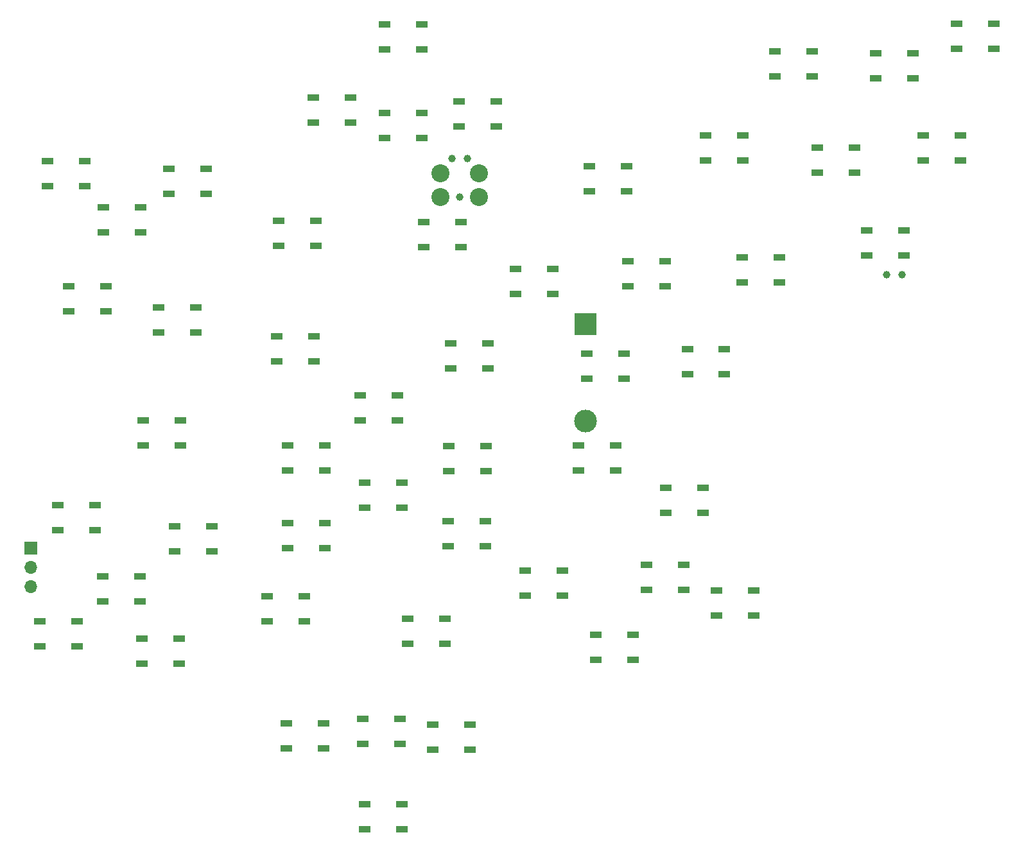
<source format=gbr>
%TF.GenerationSoftware,KiCad,Pcbnew,7.0.9*%
%TF.CreationDate,2024-02-12T09:09:14-06:00*%
%TF.ProjectId,bsidesPR,62736964-6573-4505-922e-6b696361645f,rev?*%
%TF.SameCoordinates,Original*%
%TF.FileFunction,Soldermask,Top*%
%TF.FilePolarity,Negative*%
%FSLAX46Y46*%
G04 Gerber Fmt 4.6, Leading zero omitted, Abs format (unit mm)*
G04 Created by KiCad (PCBNEW 7.0.9) date 2024-02-12 09:09:14*
%MOMM*%
%LPD*%
G01*
G04 APERTURE LIST*
%ADD10R,1.500000X0.900000*%
%ADD11C,1.000000*%
%ADD12R,1.700000X1.700000*%
%ADD13O,1.700000X1.700000*%
%ADD14R,3.000000X3.000000*%
%ADD15C,3.000000*%
%ADD16C,2.374900*%
%ADD17C,0.990600*%
G04 APERTURE END LIST*
D10*
%TO.C,D35*%
X164174000Y-118111000D03*
X164174000Y-121411000D03*
X169074000Y-121411000D03*
X169074000Y-118111000D03*
%TD*%
%TO.C,D38*%
X156591000Y-65532000D03*
X156591000Y-68832000D03*
X161491000Y-68832000D03*
X161491000Y-65532000D03*
%TD*%
%TO.C,D6*%
X97753000Y-99061000D03*
X97753000Y-102361000D03*
X102653000Y-102361000D03*
X102653000Y-99061000D03*
%TD*%
D11*
%TO.C,*%
X197859000Y-79883000D03*
%TD*%
D10*
%TO.C,D40*%
X146902000Y-79122000D03*
X146902000Y-82422000D03*
X151802000Y-82422000D03*
X151802000Y-79122000D03*
%TD*%
%TO.C,D44*%
X176747000Y-77598000D03*
X176747000Y-80898000D03*
X181647000Y-80898000D03*
X181647000Y-77598000D03*
%TD*%
%TO.C,D18*%
X134747000Y-72898000D03*
X134747000Y-76198000D03*
X139647000Y-76198000D03*
X139647000Y-72898000D03*
%TD*%
%TO.C,D22*%
X116840000Y-102364000D03*
X116840000Y-105664000D03*
X121740000Y-105664000D03*
X121740000Y-102364000D03*
%TD*%
%TO.C,D46*%
X181102000Y-50420000D03*
X181102000Y-53720000D03*
X186002000Y-53720000D03*
X186002000Y-50420000D03*
%TD*%
D11*
%TO.C,REF\u002A\u002A*%
X197859000Y-79883000D03*
%TD*%
D10*
%TO.C,D37*%
X155157000Y-102363000D03*
X155157000Y-105663000D03*
X160057000Y-105663000D03*
X160057000Y-102363000D03*
%TD*%
%TO.C,D14*%
X129630000Y-46864000D03*
X129630000Y-50164000D03*
X134530000Y-50164000D03*
X134530000Y-46864000D03*
%TD*%
%TO.C,D23*%
X138049000Y-102491000D03*
X138049000Y-105791000D03*
X142949000Y-105791000D03*
X142949000Y-102491000D03*
%TD*%
%TO.C,D50*%
X205068000Y-46737000D03*
X205068000Y-50037000D03*
X209968000Y-50037000D03*
X209968000Y-46737000D03*
%TD*%
%TO.C,D7*%
X101944000Y-113031000D03*
X101944000Y-116331000D03*
X106844000Y-116331000D03*
X106844000Y-113031000D03*
%TD*%
%TO.C,D1*%
X85180000Y-64898000D03*
X85180000Y-68198000D03*
X90080000Y-68198000D03*
X90080000Y-64898000D03*
%TD*%
%TO.C,D42*%
X161726372Y-78106501D03*
X161726372Y-81406501D03*
X166626372Y-81406501D03*
X166626372Y-78106501D03*
%TD*%
%TO.C,D39*%
X193167000Y-74043000D03*
X193167000Y-77343000D03*
X198067000Y-77343000D03*
X198067000Y-74043000D03*
%TD*%
%TO.C,D13*%
X120232000Y-56516000D03*
X120232000Y-59816000D03*
X125132000Y-59816000D03*
X125132000Y-56516000D03*
%TD*%
%TO.C,D21*%
X126418000Y-95758000D03*
X126418000Y-99058000D03*
X131318000Y-99058000D03*
X131318000Y-95758000D03*
%TD*%
%TO.C,D15*%
X139446000Y-57024000D03*
X139446000Y-60324000D03*
X144346000Y-60324000D03*
X144346000Y-57024000D03*
%TD*%
%TO.C,D36*%
X166677000Y-107950000D03*
X166677000Y-111250000D03*
X171577000Y-111250000D03*
X171577000Y-107950000D03*
%TD*%
%TO.C,D27*%
X132641000Y-125222000D03*
X132641000Y-128522000D03*
X137541000Y-128522000D03*
X137541000Y-125222000D03*
%TD*%
%TO.C,D4*%
X87974000Y-81408000D03*
X87974000Y-84708000D03*
X92874000Y-84708000D03*
X92874000Y-81408000D03*
%TD*%
%TO.C,D47*%
X186653000Y-63120000D03*
X186653000Y-66420000D03*
X191553000Y-66420000D03*
X191553000Y-63120000D03*
%TD*%
%TO.C,D20*%
X138303000Y-88901000D03*
X138303000Y-92201000D03*
X143203000Y-92201000D03*
X143203000Y-88901000D03*
%TD*%
%TO.C,D24*%
X126963000Y-107316000D03*
X126963000Y-110616000D03*
X131863000Y-110616000D03*
X131863000Y-107316000D03*
%TD*%
%TO.C,D33*%
X157443000Y-127382000D03*
X157443000Y-130682000D03*
X162343000Y-130682000D03*
X162343000Y-127382000D03*
%TD*%
%TO.C,D16*%
X129630000Y-58548000D03*
X129630000Y-61848000D03*
X134530000Y-61848000D03*
X134530000Y-58548000D03*
%TD*%
D11*
%TO.C,REF\u002A\u002A*%
X195834000Y-79883000D03*
%TD*%
D10*
%TO.C,D26*%
X137975000Y-112395000D03*
X137975000Y-115695000D03*
X142875000Y-115695000D03*
X142875000Y-112395000D03*
%TD*%
%TO.C,D5*%
X99785000Y-84202000D03*
X99785000Y-87502000D03*
X104685000Y-87502000D03*
X104685000Y-84202000D03*
%TD*%
%TO.C,D49*%
X200660000Y-61468000D03*
X200660000Y-64768000D03*
X205560000Y-64768000D03*
X205560000Y-61468000D03*
%TD*%
%TO.C,D10*%
X97626000Y-127890000D03*
X97626000Y-131190000D03*
X102526000Y-131190000D03*
X102526000Y-127890000D03*
%TD*%
%TO.C,D9*%
X84164000Y-125604000D03*
X84164000Y-128904000D03*
X89064000Y-128904000D03*
X89064000Y-125604000D03*
%TD*%
%TO.C,D11*%
X92456000Y-119635000D03*
X92456000Y-122935000D03*
X97356000Y-122935000D03*
X97356000Y-119635000D03*
%TD*%
%TO.C,D48*%
X194400000Y-50674000D03*
X194400000Y-53974000D03*
X199300000Y-53974000D03*
X199300000Y-50674000D03*
%TD*%
%TO.C,D25*%
X116803000Y-112650000D03*
X116803000Y-115950000D03*
X121703000Y-115950000D03*
X121703000Y-112650000D03*
%TD*%
%TO.C,D2*%
X101182000Y-65914000D03*
X101182000Y-69214000D03*
X106082000Y-69214000D03*
X106082000Y-65914000D03*
%TD*%
%TO.C,D12*%
X114099000Y-122301000D03*
X114099000Y-125601000D03*
X118999000Y-125601000D03*
X118999000Y-122301000D03*
%TD*%
%TO.C,D34*%
X173355000Y-121539000D03*
X173355000Y-124839000D03*
X178255000Y-124839000D03*
X178255000Y-121539000D03*
%TD*%
%TO.C,D19*%
X115406000Y-88012000D03*
X115406000Y-91312000D03*
X120306000Y-91312000D03*
X120306000Y-88012000D03*
%TD*%
%TO.C,D8*%
X86540000Y-110236000D03*
X86540000Y-113536000D03*
X91440000Y-113536000D03*
X91440000Y-110236000D03*
%TD*%
%TO.C,D43*%
X169524172Y-89688901D03*
X169524172Y-92988901D03*
X174424172Y-92988901D03*
X174424172Y-89688901D03*
%TD*%
%TO.C,D41*%
X156300000Y-90298000D03*
X156300000Y-93598000D03*
X161200000Y-93598000D03*
X161200000Y-90298000D03*
%TD*%
%TO.C,D28*%
X116639000Y-139065000D03*
X116639000Y-142365000D03*
X121539000Y-142365000D03*
X121539000Y-139065000D03*
%TD*%
%TO.C,D17*%
X115660000Y-72772000D03*
X115660000Y-76072000D03*
X120560000Y-76072000D03*
X120560000Y-72772000D03*
%TD*%
%TO.C,D45*%
X171921000Y-61469000D03*
X171921000Y-64769000D03*
X176821000Y-64769000D03*
X176821000Y-61469000D03*
%TD*%
%TO.C,D30*%
X126963000Y-149734000D03*
X126963000Y-153034000D03*
X131863000Y-153034000D03*
X131863000Y-149734000D03*
%TD*%
%TO.C,D3*%
X92546000Y-70994000D03*
X92546000Y-74294000D03*
X97446000Y-74294000D03*
X97446000Y-70994000D03*
%TD*%
%TO.C,D32*%
X148172000Y-118873000D03*
X148172000Y-122173000D03*
X153072000Y-122173000D03*
X153072000Y-118873000D03*
%TD*%
%TO.C,D29*%
X126709000Y-138431000D03*
X126709000Y-141731000D03*
X131609000Y-141731000D03*
X131609000Y-138431000D03*
%TD*%
%TO.C,D31*%
X135980000Y-139193000D03*
X135980000Y-142493000D03*
X140880000Y-142493000D03*
X140880000Y-139193000D03*
%TD*%
D12*
%TO.C,J3*%
X82947172Y-115976901D03*
D13*
X82947172Y-118516901D03*
X82947172Y-121056901D03*
%TD*%
D14*
%TO.C,BT1*%
X156113000Y-86360000D03*
D15*
X156113000Y-99160000D03*
%TD*%
D16*
%TO.C,J2*%
X136972972Y-69647301D03*
D17*
X139512972Y-69647301D03*
D16*
X142052972Y-69647301D03*
X136972972Y-66472301D03*
X142052972Y-66472301D03*
D17*
X138496972Y-64567301D03*
X140528972Y-64567301D03*
%TD*%
M02*

</source>
